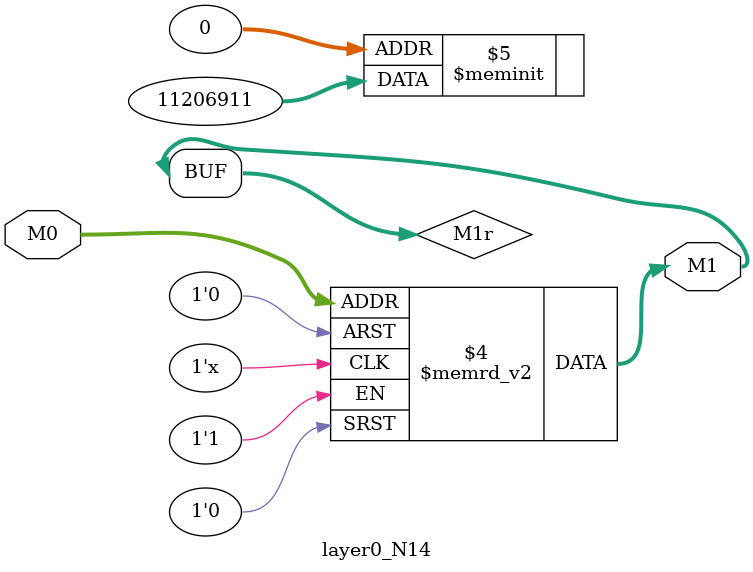
<source format=v>
module layer0_N14 ( input [3:0] M0, output [1:0] M1 );

	(*rom_style = "distributed" *) reg [1:0] M1r;
	assign M1 = M1r;
	always @ (M0) begin
		case (M0)
			4'b0000: M1r = 2'b11;
			4'b1000: M1r = 2'b11;
			4'b0100: M1r = 2'b00;
			4'b1100: M1r = 2'b00;
			4'b0010: M1r = 2'b11;
			4'b1010: M1r = 2'b10;
			4'b0110: M1r = 2'b00;
			4'b1110: M1r = 2'b00;
			4'b0001: M1r = 2'b11;
			4'b1001: M1r = 2'b10;
			4'b0101: M1r = 2'b00;
			4'b1101: M1r = 2'b00;
			4'b0011: M1r = 2'b11;
			4'b1011: M1r = 2'b10;
			4'b0111: M1r = 2'b00;
			4'b1111: M1r = 2'b00;

		endcase
	end
endmodule

</source>
